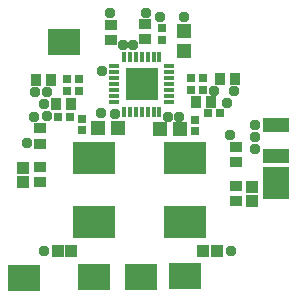
<source format=gbr>
G04 EAGLE Gerber RS-274X export*
G75*
%MOMM*%
%FSLAX34Y34*%
%LPD*%
%INSoldermask Top*%
%IPPOS*%
%AMOC8*
5,1,8,0,0,1.08239X$1,22.5*%
G01*
%ADD10R,2.800000X2.200000*%
%ADD11R,2.200000X2.800000*%
%ADD12R,0.953200X0.443200*%
%ADD13R,0.443200X0.953200*%
%ADD14R,2.803200X2.803200*%
%ADD15R,1.303200X1.203200*%
%ADD16R,1.203200X1.303200*%
%ADD17R,0.803200X0.803200*%
%ADD18R,1.103200X0.903200*%
%ADD19R,1.103200X1.053200*%
%ADD20R,1.053200X1.103200*%
%ADD21R,0.903200X1.103200*%
%ADD22R,2.209800X1.308100*%
%ADD23R,3.632200X2.682000*%
%ADD24C,0.959600*%


D10*
X129500Y-15500D03*
X30500Y-16500D03*
X64500Y183000D03*
X167000Y-15000D03*
D11*
X244000Y63500D03*
D10*
X90500Y-16000D03*
D12*
X107250Y162500D03*
X107250Y157500D03*
X107250Y152500D03*
X107250Y147500D03*
X107250Y142500D03*
X107250Y137500D03*
X107250Y132500D03*
D13*
X115500Y124250D03*
X120500Y124250D03*
X125500Y124250D03*
X130500Y124250D03*
X135500Y124250D03*
X140500Y124250D03*
X145500Y124250D03*
D12*
X153750Y132500D03*
X153750Y137500D03*
X153750Y142500D03*
X153750Y147500D03*
X153750Y152500D03*
X153750Y157500D03*
X153750Y162500D03*
D13*
X145500Y170750D03*
X140500Y170750D03*
X135500Y170750D03*
X130500Y170750D03*
X125500Y170750D03*
X120500Y170750D03*
X115500Y170750D03*
D14*
X130500Y147500D03*
D15*
X110400Y110800D03*
X93400Y110800D03*
X145900Y109700D03*
X162900Y109700D03*
D16*
X166100Y175900D03*
X166100Y192900D03*
D17*
X147500Y185000D03*
X147500Y195000D03*
D18*
X44800Y64700D03*
X44800Y77700D03*
X44400Y97200D03*
X44400Y110200D03*
X210500Y61300D03*
X210500Y48300D03*
X210400Y94300D03*
X210400Y81300D03*
D19*
X223900Y48900D03*
X223900Y60500D03*
X30300Y76700D03*
X30300Y65100D03*
D20*
X182800Y6700D03*
X194400Y6700D03*
X59300Y6100D03*
X70900Y6100D03*
D17*
X176000Y107600D03*
X176000Y117600D03*
X79900Y118400D03*
X79900Y108400D03*
X186600Y122800D03*
X196600Y122800D03*
X69900Y119800D03*
X59900Y119800D03*
D18*
X133400Y198400D03*
X133400Y185400D03*
X104100Y197900D03*
X104100Y184900D03*
D17*
X77400Y141700D03*
X67400Y141700D03*
X172600Y142700D03*
X182600Y142700D03*
D21*
X57600Y130900D03*
X70600Y130900D03*
X189400Y132700D03*
X176400Y132700D03*
D17*
X172600Y152500D03*
X182600Y152500D03*
X77400Y151600D03*
X67400Y151600D03*
D21*
X209400Y151900D03*
X196400Y151900D03*
X40600Y151000D03*
X53600Y151000D03*
D22*
X244000Y86983D03*
X244000Y113018D03*
D23*
X90000Y85126D03*
X90000Y30874D03*
X167000Y30874D03*
X167000Y85126D03*
D24*
X96000Y123000D03*
X162500Y120032D03*
X206000Y6500D03*
X47500Y6000D03*
X134500Y208000D03*
X146000Y204500D03*
X104000Y207500D03*
X50000Y140500D03*
X48000Y130500D03*
X50000Y120500D03*
X40000Y140500D03*
X123500Y181000D03*
X114500Y181000D03*
X166000Y204500D03*
X208500Y141500D03*
X191500Y142094D03*
X202500Y131500D03*
X39068Y120000D03*
X205500Y104500D03*
X97000Y158568D03*
X33000Y97500D03*
X108000Y122000D03*
X152412Y119900D03*
X226500Y113000D03*
X226500Y103000D03*
X226500Y93000D03*
M02*

</source>
